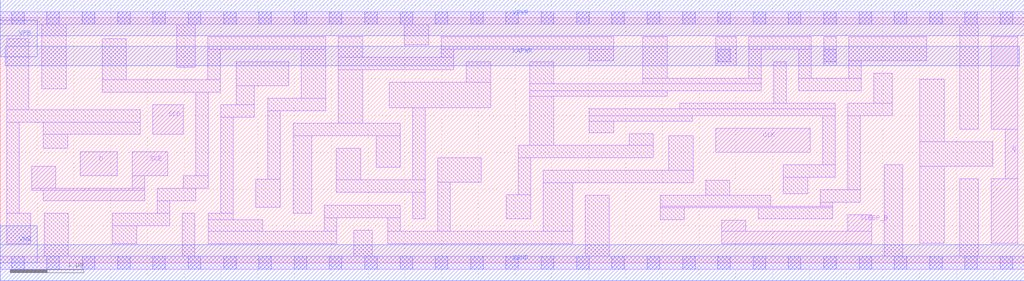
<source format=lef>
# Copyright 2020 The SkyWater PDK Authors
#
# Licensed under the Apache License, Version 2.0 (the "License");
# you may not use this file except in compliance with the License.
# You may obtain a copy of the License at
#
#     https://www.apache.org/licenses/LICENSE-2.0
#
# Unless required by applicable law or agreed to in writing, software
# distributed under the License is distributed on an "AS IS" BASIS,
# WITHOUT WARRANTIES OR CONDITIONS OF ANY KIND, either express or implied.
# See the License for the specific language governing permissions and
# limitations under the License.
#
# SPDX-License-Identifier: Apache-2.0

VERSION 5.5 ;
NAMESCASESENSITIVE ON ;
BUSBITCHARS "[]" ;
DIVIDERCHAR "/" ;
MACRO sky130_fd_sc_lp__srsdfxtp_1
  CLASS CORE ;
  SOURCE USER ;
  ORIGIN  0.000000  0.000000 ;
  SIZE  13.92000 BY  3.330000 ;
  SYMMETRY X Y R90 ;
  SITE unit ;
  PIN D
    ANTENNAGATEAREA  0.159000 ;
    DIRECTION INPUT ;
    USE SIGNAL ;
    PORT
      LAYER li1 ;
        RECT 1.085000 1.180000 1.590000 1.510000 ;
    END
  END D
  PIN Q
    ANTENNADIFFAREA  0.598500 ;
    DIRECTION OUTPUT ;
    USE SIGNAL ;
    PORT
      LAYER li1 ;
        RECT 13.475000 0.265000 13.835000 1.145000 ;
        RECT 13.475000 1.815000 13.835000 3.075000 ;
        RECT 13.665000 1.145000 13.835000 1.815000 ;
    END
  END Q
  PIN SCD
    ANTENNAGATEAREA  0.159000 ;
    DIRECTION INPUT ;
    USE SIGNAL ;
    PORT
      LAYER li1 ;
        RECT 2.075000 1.750000 2.490000 2.150000 ;
    END
  END SCD
  PIN SCE
    ANTENNAGATEAREA  0.318000 ;
    DIRECTION INPUT ;
    USE SIGNAL ;
    PORT
      LAYER li1 ;
        RECT 0.425000 0.985000 1.965000 1.010000 ;
        RECT 0.425000 1.010000 0.755000 1.315000 ;
        RECT 0.585000 0.840000 1.965000 0.985000 ;
        RECT 1.795000 1.010000 1.965000 1.180000 ;
        RECT 1.795000 1.180000 2.275000 1.510000 ;
    END
  END SCE
  PIN SLEEP_B
    ANTENNAGATEAREA  0.222000 ;
    DIRECTION INPUT ;
    USE SIGNAL ;
    PORT
      LAYER li1 ;
        RECT  9.805000 0.255000 11.850000 0.425000 ;
        RECT  9.805000 0.425000 10.135000 0.575000 ;
        RECT 11.520000 0.425000 11.850000 0.650000 ;
    END
  END SLEEP_B
  PIN CLK
    ANTENNAGATEAREA  0.159000 ;
    DIRECTION INPUT ;
    USE CLOCK ;
    PORT
      LAYER li1 ;
        RECT 9.725000 1.500000 11.010000 1.830000 ;
    END
  END CLK
  PIN KAPWR
    ANTENNADIFFAREA  0.710800 ;
    DIRECTION INOUT ;
    USE POWER ;
    PORT
      LAYER met1 ;
        RECT 0.070000 2.675000 13.850000 2.945000 ;
    END
  END KAPWR
  PIN VGND
    DIRECTION INOUT ;
    USE GROUND ;
    PORT
      LAYER met1 ;
        RECT 0.000000 -0.245000 13.920000 0.245000 ;
    END
  END VGND
  PIN VNB
    DIRECTION INOUT ;
    USE GROUND ;
    PORT
    END
  END VNB
  PIN VPB
    DIRECTION INOUT ;
    USE POWER ;
    PORT
    END
  END VPB
  PIN VNB
    DIRECTION INOUT ;
    USE GROUND ;
    PORT
      LAYER met1 ;
        RECT 0.000000 0.000000 0.500000 0.500000 ;
    END
  END VNB
  PIN VPB
    DIRECTION INOUT ;
    USE POWER ;
    PORT
      LAYER met1 ;
        RECT 0.000000 2.800000 0.500000 3.300000 ;
    END
  END VPB
  PIN VPWR
    DIRECTION INOUT ;
    USE POWER ;
    PORT
      LAYER met1 ;
        RECT 0.000000 3.085000 13.920000 3.575000 ;
    END
  END VPWR
  OBS
    LAYER li1 ;
      RECT  0.000000 -0.085000 13.920000 0.085000 ;
      RECT  0.000000  3.245000 13.920000 3.415000 ;
      RECT  0.085000  0.255000  0.415000 0.675000 ;
      RECT  0.085000  0.675000  0.255000 1.910000 ;
      RECT  0.085000  1.910000  1.905000 2.080000 ;
      RECT  0.085000  2.080000  0.385000 3.045000 ;
      RECT  0.565000  2.365000  0.895000 3.245000 ;
      RECT  0.585000  1.555000  0.915000 1.750000 ;
      RECT  0.585000  1.750000  1.905000 1.910000 ;
      RECT  0.595000  0.085000  0.925000 0.670000 ;
      RECT  1.385000  2.320000  2.990000 2.490000 ;
      RECT  1.385000  2.490000  1.715000 3.045000 ;
      RECT  1.525000  0.255000  1.855000 0.500000 ;
      RECT  1.525000  0.500000  2.305000 0.670000 ;
      RECT  2.135000  0.670000  2.305000 0.840000 ;
      RECT  2.135000  0.840000  2.655000 1.010000 ;
      RECT  2.400000  2.660000  2.650000 3.245000 ;
      RECT  2.475000  0.085000  2.645000 0.670000 ;
      RECT  2.485000  1.010000  2.830000 1.180000 ;
      RECT  2.660000  1.180000  2.830000 2.320000 ;
      RECT  2.820000  2.490000  2.990000 2.905000 ;
      RECT  2.820000  2.905000  4.425000 3.075000 ;
      RECT  2.825000  0.255000  4.575000 0.425000 ;
      RECT  2.825000  0.425000  3.570000 0.585000 ;
      RECT  2.825000  0.585000  3.170000 0.675000 ;
      RECT  3.000000  0.675000  3.170000 1.980000 ;
      RECT  3.000000  1.980000  3.455000 2.150000 ;
      RECT  3.205000  2.150000  3.455000 2.405000 ;
      RECT  3.205000  2.405000  3.925000 2.735000 ;
      RECT  3.475000  0.755000  3.805000 1.135000 ;
      RECT  3.635000  1.135000  3.805000 2.065000 ;
      RECT  3.635000  2.065000  4.425000 2.235000 ;
      RECT  3.985000  0.675000  4.235000 1.725000 ;
      RECT  3.985000  1.725000  5.440000 1.895000 ;
      RECT  4.095000  2.235000  4.425000 2.905000 ;
      RECT  4.405000  0.425000  4.575000 0.615000 ;
      RECT  4.405000  0.615000  5.440000 0.785000 ;
      RECT  4.570000  0.955000  5.780000 1.125000 ;
      RECT  4.570000  1.125000  4.900000 1.555000 ;
      RECT  4.595000  1.895000  4.925000 2.625000 ;
      RECT  4.595000  2.625000  6.165000 2.795000 ;
      RECT  4.595000  2.795000  4.925000 3.075000 ;
      RECT  4.805000  0.085000  5.055000 0.445000 ;
      RECT  5.110000  1.295000  5.440000 1.725000 ;
      RECT  5.270000  0.255000  7.780000 0.425000 ;
      RECT  5.270000  0.425000  5.440000 0.615000 ;
      RECT  5.290000  2.105000  6.665000 2.455000 ;
      RECT  5.495000  2.965000  5.825000 3.245000 ;
      RECT  5.610000  0.595000  5.780000 0.955000 ;
      RECT  5.610000  1.125000  5.780000 2.105000 ;
      RECT  5.950000  0.425000  6.120000 1.095000 ;
      RECT  5.950000  1.095000  6.540000 1.425000 ;
      RECT  5.995000  2.795000  6.165000 2.905000 ;
      RECT  5.995000  2.905000  8.340000 3.075000 ;
      RECT  6.335000  2.455000  6.665000 2.735000 ;
      RECT  6.880000  0.595000  7.210000 0.925000 ;
      RECT  7.040000  0.925000  7.210000 1.425000 ;
      RECT  7.040000  1.425000  8.880000 1.595000 ;
      RECT  7.195000  1.595000  7.525000 2.265000 ;
      RECT  7.195000  2.265000  9.065000 2.340000 ;
      RECT  7.195000  2.340000 10.345000 2.435000 ;
      RECT  7.195000  2.435000  7.525000 2.735000 ;
      RECT  7.380000  0.425000  7.780000 1.085000 ;
      RECT  7.380000  1.085000  9.420000 1.255000 ;
      RECT  7.950000  0.085000  8.280000 0.915000 ;
      RECT  8.010000  1.765000  8.340000 1.925000 ;
      RECT  8.010000  1.925000  9.405000 2.000000 ;
      RECT  8.010000  2.000000 11.350000 2.095000 ;
      RECT  8.010000  2.745000  8.340000 2.905000 ;
      RECT  8.550000  1.595000  8.880000 1.755000 ;
      RECT  8.735000  2.435000 10.345000 2.510000 ;
      RECT  8.735000  2.510000  9.065000 3.075000 ;
      RECT  8.970000  0.585000  9.300000 0.745000 ;
      RECT  8.970000  0.745000 11.315000 0.765000 ;
      RECT  8.970000  0.765000 10.475000 0.915000 ;
      RECT  9.090000  1.255000  9.420000 1.725000 ;
      RECT  9.235000  2.095000 11.350000 2.170000 ;
      RECT  9.590000  0.915000  9.920000 1.120000 ;
      RECT  9.725000  2.680000 10.005000 3.075000 ;
      RECT 10.175000  2.510000 10.345000 2.905000 ;
      RECT 10.175000  2.905000 11.025000 3.075000 ;
      RECT 10.305000  0.595000 11.315000 0.745000 ;
      RECT 10.515000  2.170000 10.685000 2.735000 ;
      RECT 10.645000  0.935000 10.975000 1.160000 ;
      RECT 10.645000  1.160000 11.350000 1.330000 ;
      RECT 10.855000  2.340000 11.705000 2.510000 ;
      RECT 10.855000  2.510000 11.025000 2.905000 ;
      RECT 11.145000  0.765000 11.315000 0.820000 ;
      RECT 11.145000  0.820000 11.690000 0.990000 ;
      RECT 11.180000  1.330000 11.350000 2.000000 ;
      RECT 11.195000  2.680000 11.365000 3.075000 ;
      RECT 11.520000  0.990000 11.690000 2.000000 ;
      RECT 11.520000  2.000000 12.125000 2.170000 ;
      RECT 11.535000  2.510000 11.705000 2.745000 ;
      RECT 11.535000  2.745000 12.595000 3.075000 ;
      RECT 11.875000  2.170000 12.125000 2.575000 ;
      RECT 12.020000  0.085000 12.270000 1.330000 ;
      RECT 12.500000  0.265000 12.830000 1.315000 ;
      RECT 12.500000  1.315000 13.495000 1.645000 ;
      RECT 12.500000  1.645000 12.830000 2.495000 ;
      RECT 13.045000  0.085000 13.295000 1.145000 ;
      RECT 13.045000  1.815000 13.295000 3.245000 ;
    LAYER mcon ;
      RECT  0.155000 -0.085000  0.325000 0.085000 ;
      RECT  0.155000  3.245000  0.325000 3.415000 ;
      RECT  0.635000 -0.085000  0.805000 0.085000 ;
      RECT  0.635000  3.245000  0.805000 3.415000 ;
      RECT  1.115000 -0.085000  1.285000 0.085000 ;
      RECT  1.115000  3.245000  1.285000 3.415000 ;
      RECT  1.595000 -0.085000  1.765000 0.085000 ;
      RECT  1.595000  3.245000  1.765000 3.415000 ;
      RECT  2.075000 -0.085000  2.245000 0.085000 ;
      RECT  2.075000  3.245000  2.245000 3.415000 ;
      RECT  2.555000 -0.085000  2.725000 0.085000 ;
      RECT  2.555000  3.245000  2.725000 3.415000 ;
      RECT  3.035000 -0.085000  3.205000 0.085000 ;
      RECT  3.035000  3.245000  3.205000 3.415000 ;
      RECT  3.515000 -0.085000  3.685000 0.085000 ;
      RECT  3.515000  3.245000  3.685000 3.415000 ;
      RECT  3.995000 -0.085000  4.165000 0.085000 ;
      RECT  3.995000  3.245000  4.165000 3.415000 ;
      RECT  4.475000 -0.085000  4.645000 0.085000 ;
      RECT  4.475000  3.245000  4.645000 3.415000 ;
      RECT  4.955000 -0.085000  5.125000 0.085000 ;
      RECT  4.955000  3.245000  5.125000 3.415000 ;
      RECT  5.435000 -0.085000  5.605000 0.085000 ;
      RECT  5.435000  3.245000  5.605000 3.415000 ;
      RECT  5.915000 -0.085000  6.085000 0.085000 ;
      RECT  5.915000  3.245000  6.085000 3.415000 ;
      RECT  6.395000 -0.085000  6.565000 0.085000 ;
      RECT  6.395000  3.245000  6.565000 3.415000 ;
      RECT  6.875000 -0.085000  7.045000 0.085000 ;
      RECT  6.875000  3.245000  7.045000 3.415000 ;
      RECT  7.355000 -0.085000  7.525000 0.085000 ;
      RECT  7.355000  3.245000  7.525000 3.415000 ;
      RECT  7.835000 -0.085000  8.005000 0.085000 ;
      RECT  7.835000  3.245000  8.005000 3.415000 ;
      RECT  8.315000 -0.085000  8.485000 0.085000 ;
      RECT  8.315000  3.245000  8.485000 3.415000 ;
      RECT  8.795000 -0.085000  8.965000 0.085000 ;
      RECT  8.795000  3.245000  8.965000 3.415000 ;
      RECT  9.275000 -0.085000  9.445000 0.085000 ;
      RECT  9.275000  3.245000  9.445000 3.415000 ;
      RECT  9.755000 -0.085000  9.925000 0.085000 ;
      RECT  9.755000  2.735000  9.925000 2.905000 ;
      RECT  9.755000  3.245000  9.925000 3.415000 ;
      RECT 10.235000 -0.085000 10.405000 0.085000 ;
      RECT 10.235000  3.245000 10.405000 3.415000 ;
      RECT 10.715000 -0.085000 10.885000 0.085000 ;
      RECT 10.715000  3.245000 10.885000 3.415000 ;
      RECT 11.195000 -0.085000 11.365000 0.085000 ;
      RECT 11.195000  2.735000 11.365000 2.905000 ;
      RECT 11.195000  3.245000 11.365000 3.415000 ;
      RECT 11.675000 -0.085000 11.845000 0.085000 ;
      RECT 11.675000  3.245000 11.845000 3.415000 ;
      RECT 12.155000 -0.085000 12.325000 0.085000 ;
      RECT 12.155000  3.245000 12.325000 3.415000 ;
      RECT 12.635000 -0.085000 12.805000 0.085000 ;
      RECT 12.635000  3.245000 12.805000 3.415000 ;
      RECT 13.115000 -0.085000 13.285000 0.085000 ;
      RECT 13.115000  3.245000 13.285000 3.415000 ;
      RECT 13.595000 -0.085000 13.765000 0.085000 ;
      RECT 13.595000  3.245000 13.765000 3.415000 ;
  END
END sky130_fd_sc_lp__srsdfxtp_1
END LIBRARY

</source>
